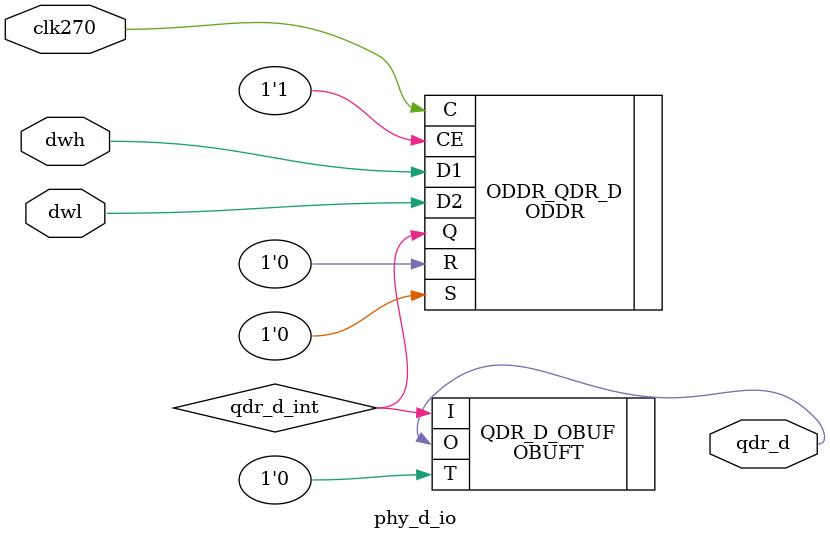
<source format=v>

`timescale 1ns/1ps

module phy_d_io
  (
   input  clk270,
   input  dwl,
   input  dwh,
   output qdr_d
   );

   wire qdr_d_int;

   ODDR #
     (
      .DDR_CLK_EDGE ( "SAME_EDGE" )
      )
    ODDR_QDR_D
     (
      .Q  ( qdr_d_int ),
      .C  ( clk270 ),
      .CE ( 1'b1 ),
      .D1 ( dwh ),
      .D2 ( dwl ),
      .R  ( 1'b0 ),
      .S  ( 1'b0 )
      );

   OBUFT QDR_D_OBUF
     (
      .I ( qdr_d_int ),
      .O ( qdr_d ),
      .T ( 1'b0 )
      );

endmodule
</source>
